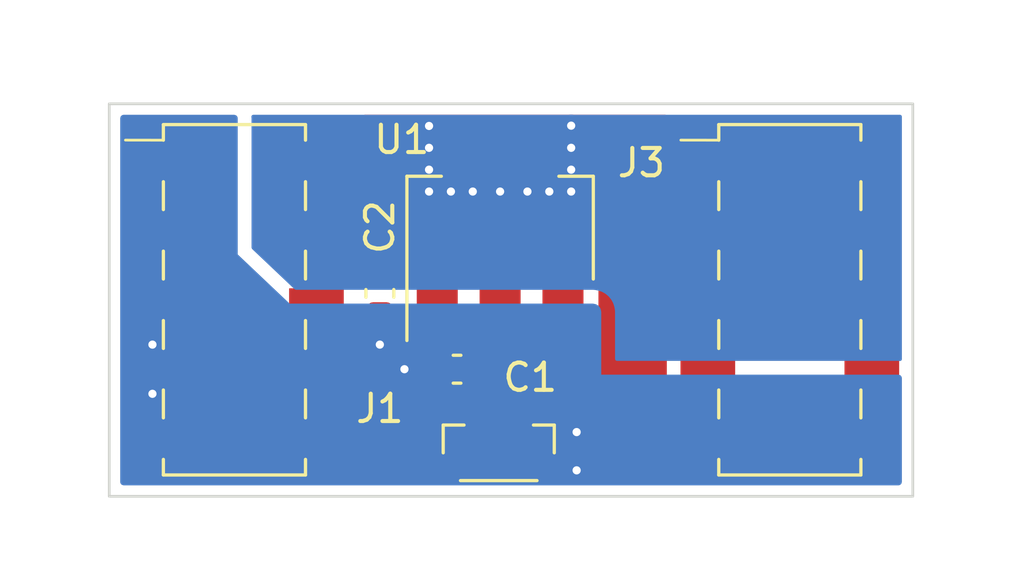
<source format=kicad_pcb>
(kicad_pcb (version 20240108) (generator "pcbnew") (generator_version "8.0")
  (layers (0 "F.Cu" signal) (31 "B.Cu" signal) (34 "B.Paste" user) (35 "F.Paste" user) (36 "B.SilkS" user "B.Silkscreen") (37 "F.SilkS" user "F.Silkscreen") (38 "B.Mask" user) (39 "F.Mask" user) (44 "Edge.Cuts" user))
  (net 0 "")
  (net 1 "Net-(J1-Pin_1)")
  (net 2 "Net-(J2-Pin_3)")
  (net 3 "Net-(J1-Pin_7)")
  (net 4 "Net-(J3-Pin_10)")
  (net 8 "Net-(J1-Pin_5)")
  (footprint "Footprints:C843271_PinSocket_2x05_P2.54mm_Vertical_SMD_OddEven" (layer "F.Cu") (at 150.2 113.96)
    (property "Reference" "J3" (at -5.43 -5.01 0) (layer "F.SilkS"))
    (property "Value" "Conn_02x05_Odd_Even")
    (fp_line (start -2.6 -6.41) (end -2.6 -5.84) (stroke (width 0.12)) (layer "F.SilkS"))
    (fp_line (start -2.6 -6.41) (end 2.6 -6.41) (stroke (width 0.12)) (layer "F.SilkS"))
    (fp_line (start -2.6 -5.84) (end -3.9878 -5.842) (stroke (width 0.1)) (layer "F.SilkS"))
    (fp_line (start -2.6 -4.32) (end -2.6 -3.3) (stroke (width 0.12)) (layer "F.SilkS"))
    (fp_line (start -2.6 -1.78) (end -2.6 -0.76) (stroke (width 0.12)) (layer "F.SilkS"))
    (fp_line (start -2.6 0.76) (end -2.6 1.78) (stroke (width 0.12)) (layer "F.SilkS"))
    (fp_line (start -2.6 3.3) (end -2.6 4.32) (stroke (width 0.12)) (layer "F.SilkS"))
    (fp_line (start -2.6 5.84) (end -2.6 6.41) (stroke (width 0.12)) (layer "F.SilkS"))
    (fp_line (start -2.6 6.41) (end 2.6 6.41) (stroke (width 0.12)) (layer "F.SilkS"))
    (fp_line (start 2.6 -6.41) (end 2.6 -5.84) (stroke (width 0.12)) (layer "F.SilkS"))
    (fp_line (start 2.6 -4.32) (end 2.6 -3.3) (stroke (width 0.12)) (layer "F.SilkS"))
    (fp_line (start 2.6 -1.78) (end 2.6 -0.76) (stroke (width 0.12)) (layer "F.SilkS"))
    (fp_line (start 2.6 0.76) (end 2.6 1.78) (stroke (width 0.12)) (layer "F.SilkS"))
    (fp_line (start 2.6 3.3) (end 2.6 4.32) (stroke (width 0.12)) (layer "F.SilkS"))
    (fp_line (start 2.6 5.84) (end 2.6 6.41) (stroke (width 0.12)) (layer "F.SilkS"))
    (pad "1" smd rect (at -3 -5.08) (size 2 0.84) (layers "F.Cu" "F.Paste" "F.Mask"))
    (pad "2" smd rect (at 3 -5.08) (size 2 0.84) (layers "F.Cu" "F.Paste" "F.Mask"))
    (pad "3" smd rect (at -3 -2.54) (size 2 0.84) (layers "F.Cu" "F.Paste" "F.Mask"))
    (pad "4" smd rect (at 3 -2.54) (size 2 0.84) (layers "F.Cu" "F.Paste" "F.Mask"))
    (pad "5" smd rect (at -3 0) (size 2 0.84) (layers "F.Cu" "F.Paste" "F.Mask"))
    (pad "6" smd rect (at 3 0) (size 2 0.84) (layers "F.Cu" "F.Paste" "F.Mask"))
    (pad "7" smd rect (at -3 2.54) (size 2 0.84) (layers "F.Cu" "F.Paste" "F.Mask"))
    (pad "8" smd rect (at 3 2.54) (size 2 0.84) (layers "F.Cu" "F.Paste" "F.Mask"))
    (pad "9" smd rect (at -3 5.08) (size 2 0.84) (layers "F.Cu" "F.Paste" "F.Mask"))
    (pad "10" smd rect (at 3 5.08) (size 2 0.84) (layers "F.Cu" "F.Paste" "F.Mask") (net 4 "Net-(J3-Pin_10)"))
  )
  (footprint "Package_TO_SOT_SMD:SOT-223-3_TabPin2" (layer "F.Cu") (at 139.6 111.35 90)
    (property "Reference" "U1" (at 3.25 -3.6 0) (layer "F.SilkS"))
    (property "Value" "LDL1117S33R_SOT223")
    (fp_line (start 1.91 -3.41) (end 1.91 -2.15) (stroke (width 0.12)) (layer "F.SilkS"))
    (fp_line (start -4.1 -3.41) (end 1.91 -3.41) (stroke (width 0.12)) (layer "F.SilkS"))
    (fp_line (start 1.91 3.41) (end 1.91 2.15) (stroke (width 0.12)) (layer "F.SilkS"))
    (fp_line (start -1.85 3.41) (end 1.91 3.41) (stroke (width 0.12)) (layer "F.SilkS"))
    (pad "1" smd rect (at -3.15 -2.3 90) (size 2 1.5) (layers "F.Cu" "F.Paste" "F.Mask") (net 3 "Net-(J1-Pin_7)"))
    (pad "2" smd rect (at -3.15 0 90) (size 2 1.5) (layers "F.Cu" "F.Paste" "F.Mask") (net 4 "Net-(J3-Pin_10)"))
    (pad "2" smd rect (at 3.15 0 90) (size 2 3.8) (layers "F.Cu" "F.Paste" "F.Mask") (net 4 "Net-(J3-Pin_10)"))
    (pad "3" smd rect (at -3.15 2.3 90) (size 2 1.5) (layers "F.Cu" "F.Paste" "F.Mask") (net 2 "Net-(J2-Pin_3)"))
  )
  (footprint "Capacitor_SMD:C_0603_1608Metric" (layer "F.Cu") (at 138.025 116.5 180)
    (property "Reference" "C1" (at -2.675 -0.3 0) (layer "F.SilkS"))
    (property "Value" "1µF 50V")
    (fp_line (start -0.14058 0.51) (end 0.14058 0.51) (stroke (width 0.12)) (layer "F.SilkS"))
    (fp_line (start -0.14058 -0.51) (end 0.14058 -0.51) (stroke (width 0.12)) (layer "F.SilkS"))
    (pad "1" smd roundrect (at -0.775 0 180) (size 0.9 0.95) (layers "F.Cu" "F.Paste" "F.Mask") (net 2 "Net-(J2-Pin_3)"))
    (pad "2" smd roundrect (at 0.775 0 180) (size 0.9 0.95) (layers "F.Cu" "F.Paste" "F.Mask") (net 3 "Net-(J1-Pin_7)"))
  )
  (footprint "Capacitor_SMD:C_0603_1608Metric" (layer "F.Cu") (at 135.2 113.725 -90)
    (property "Reference" "C2" (at -2.425 0 90) (layer "F.SilkS"))
    (property "Value" "1µF 50V")
    (fp_line (start -0.14058 0.51) (end 0.14058 0.51) (stroke (width 0.12)) (layer "F.SilkS"))
    (fp_line (start -0.14058 -0.51) (end 0.14058 -0.51) (stroke (width 0.12)) (layer "F.SilkS"))
    (pad "1" smd roundrect (at -0.775 0 270) (size 0.9 0.95) (layers "F.Cu" "F.Paste" "F.Mask") (net 4 "Net-(J3-Pin_10)"))
    (pad "2" smd roundrect (at 0.775 0 270) (size 0.9 0.95) (layers "F.Cu" "F.Paste" "F.Mask") (net 3 "Net-(J1-Pin_7)"))
  )
  (footprint "Footprints:HDG 1x04 P0.6 Horizontal" (layer "F.Cu") (at 139.55 120.575)
    (property "Reference" "J2" (hide yes))
    (property "Value" "Conn_01x04")
    (fp_line (start -2.032 -2.032) (end -2.032 -1.016) (stroke (width 0.12)) (layer "F.SilkS"))
    (fp_line (start -1.4 0) (end 1.4 0) (stroke (width 0.12)) (layer "F.SilkS"))
    (fp_line (start -1.27 -2.032) (end -2.032 -2.032) (stroke (width 0.12)) (layer "F.SilkS"))
    (fp_line (start 2.032 -2.032) (end 1.27 -2.032) (stroke (width 0.12)) (layer "F.SilkS"))
    (fp_line (start 2.032 -1.016) (end 2.032 -2.032) (stroke (width 0.12)) (layer "F.SilkS"))
    (pad "" smd rect (at -1.85 -0.375 90) (size 1.05 0.7) (layers "F.Cu" "F.Paste" "F.Mask"))
    (pad "" smd rect (at 1.85 -0.375 90) (size 1.05 0.7) (layers "F.Cu" "F.Paste" "F.Mask") (net 3 "Net-(J1-Pin_7)"))
    (pad "1" smd rect (at -0.9 -1.75 90) (size 0.6 0.4) (layers "F.Cu" "F.Paste" "F.Mask") (net 1 "Net-(J1-Pin_1)"))
    (pad "2" smd rect (at -0.3 -1.75 90) (size 0.6 0.4) (layers "F.Cu" "F.Paste" "F.Mask") (net 8 "Net-(J1-Pin_5)"))
    (pad "3" smd rect (at 0.3 -1.75 90) (size 0.6 0.4) (layers "F.Cu" "F.Paste" "F.Mask") (net 2 "Net-(J2-Pin_3)"))
    (pad "4" smd rect (at 0.9 -1.75 90) (size 0.6 0.4) (layers "F.Cu" "F.Paste" "F.Mask") (net 3 "Net-(J1-Pin_7)"))
  )
  (footprint "Footprints:C843271_PinSocket_2x05_P2.54mm_Vertical_SMD_OddEven" (layer "F.Cu") (at 129.88 113.96)
    (property "Reference" "J1" (at 5.32 3.98 0) (layer "F.SilkS"))
    (property "Value" "Conn_02x05_Odd_Even")
    (fp_line (start -2.6 -6.41) (end -2.6 -5.84) (stroke (width 0.12)) (layer "F.SilkS"))
    (fp_line (start -2.6 -6.41) (end 2.6 -6.41) (stroke (width 0.12)) (layer "F.SilkS"))
    (fp_line (start -2.6 -5.84) (end -3.9878 -5.842) (stroke (width 0.1)) (layer "F.SilkS"))
    (fp_line (start -2.6 -4.32) (end -2.6 -3.3) (stroke (width 0.12)) (layer "F.SilkS"))
    (fp_line (start -2.6 -1.78) (end -2.6 -0.76) (stroke (width 0.12)) (layer "F.SilkS"))
    (fp_line (start -2.6 0.76) (end -2.6 1.78) (stroke (width 0.12)) (layer "F.SilkS"))
    (fp_line (start -2.6 3.3) (end -2.6 4.32) (stroke (width 0.12)) (layer "F.SilkS"))
    (fp_line (start -2.6 5.84) (end -2.6 6.41) (stroke (width 0.12)) (layer "F.SilkS"))
    (fp_line (start -2.6 6.41) (end 2.6 6.41) (stroke (width 0.12)) (layer "F.SilkS"))
    (fp_line (start 2.6 -6.41) (end 2.6 -5.84) (stroke (width 0.12)) (layer "F.SilkS"))
    (fp_line (start 2.6 -4.32) (end 2.6 -3.3) (stroke (width 0.12)) (layer "F.SilkS"))
    (fp_line (start 2.6 -1.78) (end 2.6 -0.76) (stroke (width 0.12)) (layer "F.SilkS"))
    (fp_line (start 2.6 0.76) (end 2.6 1.78) (stroke (width 0.12)) (layer "F.SilkS"))
    (fp_line (start 2.6 3.3) (end 2.6 4.32) (stroke (width 0.12)) (layer "F.SilkS"))
    (fp_line (start 2.6 5.84) (end 2.6 6.41) (stroke (width 0.12)) (layer "F.SilkS"))
    (pad "1" smd rect (at -3 -5.08) (size 2 0.84) (layers "F.Cu" "F.Paste" "F.Mask") (net 1 "Net-(J1-Pin_1)"))
    (pad "2" smd rect (at 3 -5.08) (size 2 0.84) (layers "F.Cu" "F.Paste" "F.Mask"))
    (pad "3" smd rect (at -3 -2.54) (size 2 0.84) (layers "F.Cu" "F.Paste" "F.Mask"))
    (pad "4" smd rect (at 3 -2.54) (size 2 0.84) (layers "F.Cu" "F.Paste" "F.Mask"))
    (pad "5" smd rect (at -3 0) (size 2 0.84) (layers "F.Cu" "F.Paste" "F.Mask") (net 8 "Net-(J1-Pin_5)"))
    (pad "6" smd rect (at 3 0) (size 2 0.84) (layers "F.Cu" "F.Paste" "F.Mask"))
    (pad "7" smd rect (at -3 2.54) (size 2 0.84) (layers "F.Cu" "F.Paste" "F.Mask") (net 3 "Net-(J1-Pin_7)"))
    (pad "8" smd rect (at 3 2.54) (size 2 0.84) (layers "F.Cu" "F.Paste" "F.Mask"))
    (pad "9" smd rect (at -3 5.08) (size 2 0.84) (layers "F.Cu" "F.Paste" "F.Mask"))
    (pad "10" smd rect (at 3 5.08) (size 2 0.84) (layers "F.Cu" "F.Paste" "F.Mask"))
  )
  (gr_rect (start 125.3 106.79) (end 154.7 121.15) (stroke (width 0.1)) (fill none) (layer "Edge.Cuts"))
  (segment (start 133.768629 115.3) (end 131.8 115.3) (width 0.6) (layer "F.Cu") (net 1))
  (segment (start 128.68 108.88) (end 126.88 108.88) (width 0.6) (layer "F.Cu") (net 1))
  (segment (start 135.968629 117.5) (end 138.24 117.5) (width 0.4) (layer "F.Cu") (net 1))
  (segment (start 138.65 117.91) (end 138.65 118.825) (width 0.4) (layer "F.Cu") (net 1))
  (segment (start 129.3 109.5) (end 128.68 108.88) (width 0.6) (layer "F.Cu") (net 1))
  (segment (start 129.3 112.8) (end 129.3 109.5) (width 0.6) (layer "F.Cu") (net 1))
  (segment (start 133.768629 115.3) (end 135.968629 117.5) (width 0.4) (layer "F.Cu") (net 1))
  (segment (start 131.8 115.3) (end 129.3 112.8) (width 0.6) (layer "F.Cu") (net 1))
  (segment (start 138.24 117.5) (end 138.65 117.91) (width 0.4) (layer "F.Cu") (net 1))
  (segment (start 139.98 116.5) (end 141.4 116.5) (width 0.7) (layer "F.Cu") (net 2))
  (segment (start 138.8 116.5) (end 139.98 116.5) (width 0.7) (layer "F.Cu") (net 2))
  (segment (start 141.9 116) (end 141.9 114.5) (width 0.7) (layer "F.Cu") (net 2))
  (segment (start 139.85 118.825) (end 139.85 116.63) (width 0.4) (layer "F.Cu") (net 2))
  (segment (start 141.4 116.5) (end 141.9 116) (width 0.7) (layer "F.Cu") (net 2))
  (segment (start 139.85 116.63) (end 139.98 116.5) (width 0.25) (layer "F.Cu") (net 2))
  (segment (start 140.9 120.2) (end 141.4 120.2) (width 0.4) (layer "F.Cu") (net 3))
  (segment (start 142.4 118.8) (end 142.375 118.825) (width 0.25) (layer "F.Cu") (net 3))
  (segment (start 136.1 116.5) (end 135.2 115.6) (width 0.7) (layer "F.Cu") (net 3))
  (segment (start 126.88 115.6) (end 126.88 116.5) (width 0.7) (layer "F.Cu") (net 3))
  (segment (start 140.45 118.825) (end 140.45 119.75) (width 0.4) (layer "F.Cu") (net 3))
  (segment (start 137.25 114.155) (end 137.25 116.4) (width 0.7) (layer "F.Cu") (net 3))
  (segment (start 142.375 118.825) (end 140.45 118.825) (width 0.4) (layer "F.Cu") (net 3))
  (segment (start 137.3 114.5) (end 135.375 114.5) (width 0.7) (layer "F.Cu") (net 3))
  (segment (start 126.88 117.4) (end 126.88 116.5) (width 0.7) (layer "F.Cu") (net 3))
  (segment (start 140.45 119.75) (end 140.9 120.2) (width 0.4) (layer "F.Cu") (net 3))
  (segment (start 142.4 118.8) (end 142.4 120.2) (width 0.8) (layer "F.Cu") (net 3))
  (segment (start 135.2 115.6) (end 135.2 114.5) (width 0.7) (layer "F.Cu") (net 3))
  (segment (start 142.4 120.2) (end 141.4 120.2) (width 0.8) (layer "F.Cu") (net 3))
  (segment (start 137.25 116.5) (end 136.1 116.5) (width 0.7) (layer "F.Cu") (net 3))
  (segment (start 135.375 114.5) (end 135.2 114.675) (width 0.25) (layer "F.Cu") (net 3))
  (via (at 142.4 118.8) (size 0.8) (drill 0.3) (layers "F.Cu" "B.Cu") (net 3))
  (via (at 136.1 116.5) (size 0.8) (drill 0.3) (layers "F.Cu" "B.Cu") (net 3))
  (via (at 135.2 115.6) (size 0.8) (drill 0.3) (layers "F.Cu" "B.Cu") (net 3))
  (via (at 142.4 120.2) (size 0.8) (drill 0.3) (layers "F.Cu" "B.Cu") (net 3))
  (via (at 126.88 115.6) (size 0.8) (drill 0.3) (layers "F.Cu" "B.Cu") (net 3))
  (via (at 126.88 117.4) (size 0.8) (drill 0.3) (layers "F.Cu" "B.Cu") (net 3))
  (segment (start 150.47 117.77) (end 150.9 118.2) (width 1.2) (layer "F.Cu") (net 4))
  (segment (start 151.74 119.04) (end 150.9 118.2) (width 0.8) (layer "F.Cu") (net 4))
  (segment (start 139.6 114.05) (end 139.6 108.2) (width 1.2) (layer "F.Cu") (net 4))
  (segment (start 144.72 117.77) (end 150.47 117.77) (width 1.2) (layer "F.Cu") (net 4))
  (segment (start 139.6 108.2) (end 139.6 109.5) (width 0.25) (layer "F.Cu") (net 4))
  (segment (start 153.2 119.04) (end 151.74 119.04) (width 0.8) (layer "F.Cu") (net 4))
  (via (at 137.8 110) (size 0.8) (drill 0.3) (layers "F.Cu" "B.Cu") (net 4))
  (via (at 142.2 108.4) (size 0.8) (drill 0.3) (layers "F.Cu" "B.Cu") (net 4))
  (via (at 137 108.4) (size 0.8) (drill 0.3) (layers "F.Cu" "B.Cu") (net 4))
  (via (at 142.2 107.5895) (size 0.8) (drill 0.3) (layers "F.Cu" "B.Cu") (net 4))
  (via (at 142.2 109.2) (size 0.8) (drill 0.3) (layers "F.Cu" "B.Cu") (net 4))
  (via (at 140.6 110) (size 0.8) (drill 0.3) (layers "F.Cu" "B.Cu") (net 4))
  (via (at 137 109.2) (size 0.8) (drill 0.3) (layers "F.Cu" "B.Cu") (net 4))
  (via (at 141.4 110) (size 0.8) (drill 0.3) (layers "F.Cu" "B.Cu") (net 4))
  (via (at 142.2 110) (size 0.8) (drill 0.3) (layers "F.Cu" "B.Cu") (net 4))
  (via (at 139.6 110) (size 0.8) (drill 0.3) (layers "F.Cu" "B.Cu") (net 4))
  (via (at 137 110) (size 0.8) (drill 0.3) (layers "F.Cu" "B.Cu") (net 4))
  (via (at 137 107.6) (size 0.8) (drill 0.3) (layers "F.Cu" "B.Cu") (net 4))
  (via (at 138.6 110) (size 0.8) (drill 0.3) (layers "F.Cu" "B.Cu") (net 4))
  (segment (start 135.420101 117.8) (end 136.895101 119.275) (width 0.4) (layer "F.Cu") (net 8))
  (segment (start 129.1 115.9) (end 131.070711 117.870711) (width 0.6) (layer "F.Cu") (net 8))
  (segment (start 131.070711 117.870711) (end 135.34939 117.870711) (width 0.6) (layer "F.Cu") (net 8))
  (segment (start 136.895101 119.275) (end 137.98 119.275) (width 0.4) (layer "F.Cu") (net 8))
  (segment (start 139.25 118.825) (end 139.25 119.525) (width 0.4) (layer "F.Cu") (net 8))
  (segment (start 138.3 119.425) (end 138.15 119.275) (width 0.25) (layer "F.Cu") (net 8))
  (segment (start 129.1 114.6) (end 129.1 115.9) (width 0.6) (layer "F.Cu") (net 8))
  (segment (start 128.46 113.96) (end 129.1 114.6) (width 0.6) (layer "F.Cu") (net 8))
  (segment (start 138.065 119.19) (end 138.15 119.275) (width 0.2) (layer "F.Cu") (net 8))
  (segment (start 139.25 119.525) (end 138.45 119.525) (width 0.4) (layer "F.Cu") (net 8))
  (segment (start 126.88 113.96) (end 128.46 113.96) (width 0.6) (layer "F.Cu") (net 8))
  (zone (net 8) (net_name "Net-(J1-Pin_5)") (layer "F.Cu") (priority 2) (connect_pads no (clearance 0)) (min_thickness 0.13) (fill yes (thermal_gap 0.5) (thermal_bridge_width 0.5))
    (polygon (pts (xy 138 119.08) (xy 138.58 119.08) (xy 138.58 119.72) (xy 138 119.72)))
  )
  (zone (net 4) (net_name "Net-(J3-Pin_10)") (layer "F.Cu") (connect_pads yes (clearance 0.5)) (min_thickness 0.25) (fill yes (thermal_gap 0.5) (thermal_bridge_width 0.5) (smoothing chamfer) (radius 0.3))
    (polygon (pts (xy 134.5 107) (xy 145.8 107) (xy 145.79 118.4) (xy 143.19 118.4) (xy 143.2 112.9) (xy 134.5 112.9)))
  )
  (zone (net 4) (net_name "Net-(J3-Pin_10)") (layer "B.Cu") (priority 1) (connect_pads yes (clearance 0)) (min_thickness 0.13) (fill yes (thermal_gap 0.5) (thermal_bridge_width 0.5))
    (polygon (pts (xy 130.5 106.8) (xy 154.7 106.8) (xy 154.7 116.4) (xy 130.5 116.4)))
  )
  (zone (net 3) (net_name "Net-(J1-Pin_7)") (layer "B.Cu") (priority 3) (connect_pads yes (clearance 0.5)) (min_thickness 0.25) (fill yes (thermal_gap 0.5) (thermal_bridge_width 0.5) (smoothing fillet) (radius 0.3))
    (polygon (pts (xy 125.3 106.8) (xy 130 106.8) (xy 130 112.3) (xy 131.9 114.1) (xy 143.3 114.1) (xy 143.3 116.7) (xy 154.8 116.7) (xy 154.7 120.82) (xy 125.3 120.8)))
  )
)
</source>
